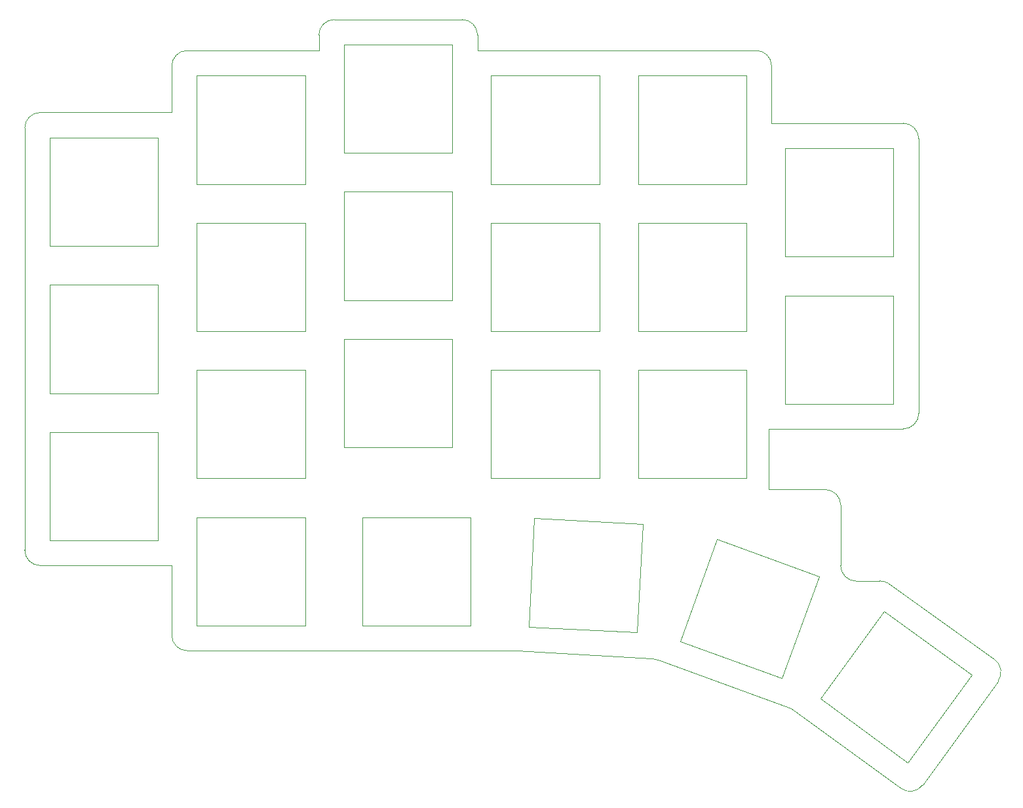
<source format=gbr>
%TF.GenerationSoftware,KiCad,Pcbnew,7.0.2-0*%
%TF.CreationDate,2024-02-18T22:39:56+01:00*%
%TF.ProjectId,defiant-plate,64656669-616e-4742-9d70-6c6174652e6b,v0.1*%
%TF.SameCoordinates,Original*%
%TF.FileFunction,Profile,NP*%
%FSLAX46Y46*%
G04 Gerber Fmt 4.6, Leading zero omitted, Abs format (unit mm)*
G04 Created by KiCad (PCBNEW 7.0.2-0) date 2024-02-18 22:39:56*
%MOMM*%
%LPD*%
G01*
G04 APERTURE LIST*
%TA.AperFunction,Profile*%
%ADD10C,0.100000*%
%TD*%
G04 APERTURE END LIST*
D10*
X183190000Y-108500000D02*
X175850000Y-108500000D01*
X175850000Y-100650000D02*
X175850000Y-108500000D01*
X193270000Y-100650000D02*
X175850000Y-100650000D01*
X185190000Y-110500000D02*
G75*
G03*
X183190000Y-108500000I-1999951J49D01*
G01*
X185184214Y-118310000D02*
X185190000Y-110500000D01*
X185184214Y-118310000D02*
G75*
G03*
X187184214Y-120310000I2000000J0D01*
G01*
X190210153Y-120286479D02*
X187184214Y-120310000D01*
X191296753Y-120563386D02*
G75*
G03*
X190210153Y-120286480I-1114260J-2102036D01*
G01*
X205046042Y-130406818D02*
X191296753Y-120563385D01*
X193269951Y-100659951D02*
G75*
G03*
X195269951Y-98659951I49J1999951D01*
G01*
X119774252Y-47813324D02*
X136264250Y-47813324D01*
X195264270Y-63203304D02*
X195269951Y-98659951D01*
X176264276Y-53813324D02*
G75*
G03*
X174264362Y-51813324I-1999976J24D01*
G01*
X161844251Y-130583323D02*
X178774251Y-136713323D01*
X161844247Y-130583331D02*
G75*
G03*
X160771011Y-130315766I-1403247J-3342369D01*
G01*
X176264362Y-53813324D02*
X176264362Y-61203323D01*
X143384251Y-129303322D02*
X160771011Y-130315765D01*
X205523181Y-133236042D02*
G75*
G03*
X205046042Y-130406819I-1653181J1176042D01*
G01*
X98774252Y-53813324D02*
X98774251Y-59813323D01*
X81774251Y-59813323D02*
X98774251Y-59813323D01*
X98774252Y-127303322D02*
X98774252Y-118303323D01*
X119774252Y-47813252D02*
G75*
G03*
X117774252Y-49813324I48J-2000048D01*
G01*
X98774278Y-127303322D02*
G75*
G03*
X100774252Y-129303322I2000022J22D01*
G01*
X79774177Y-116303323D02*
G75*
G03*
X81774251Y-118303323I2000023J23D01*
G01*
X100774252Y-51813252D02*
G75*
G03*
X98774252Y-53813324I48J-2000048D01*
G01*
X192988642Y-147071411D02*
G75*
G03*
X195782279Y-146628903I1175558J1618111D01*
G01*
X79774251Y-61813323D02*
X79774251Y-116303323D01*
X100774252Y-51813324D02*
X117774252Y-51813324D01*
X138264276Y-49813324D02*
G75*
G03*
X136264250Y-47813324I-1999976J24D01*
G01*
X174264362Y-51813324D02*
X138264251Y-51813324D01*
X81774251Y-59813351D02*
G75*
G03*
X79774251Y-61813323I-51J-1999949D01*
G01*
X117774252Y-49813324D02*
X117774253Y-51813324D01*
X100774252Y-129303322D02*
X143384251Y-129303322D01*
X205523182Y-133236042D02*
X195782279Y-146628903D01*
X138264250Y-49813324D02*
X138264250Y-51813323D01*
X81774251Y-118303323D02*
X98774252Y-118303323D01*
X195264296Y-63203304D02*
G75*
G03*
X193264270Y-61203304I-1999996J4D01*
G01*
X193264270Y-61203304D02*
X176264251Y-61203304D01*
X192988674Y-147071366D02*
X178774251Y-136713323D01*
%TO.C,T0*%
X102018816Y-112060449D02*
X116018816Y-112060449D01*
X116018816Y-112060449D02*
X116018816Y-126060449D01*
X116018816Y-126060449D02*
X102018816Y-126060449D01*
X102018816Y-126060449D02*
X102018816Y-112060449D01*
%TO.C,T3*%
X169214877Y-114908318D02*
X182370573Y-119696600D01*
X182370573Y-119696600D02*
X177582291Y-132852296D01*
X177582291Y-132852296D02*
X164426595Y-128064014D01*
X164426595Y-128064014D02*
X169214877Y-114908318D01*
%TO.C,T2*%
X145620196Y-112216566D02*
X159601009Y-112949269D01*
X159601009Y-112949269D02*
X158868306Y-126930082D01*
X158868306Y-126930082D02*
X144887493Y-126197379D01*
X144887493Y-126197379D02*
X145620196Y-112216566D01*
%TO.C,T1*%
X123393816Y-112060448D02*
X137393816Y-112060448D01*
X137393816Y-112060448D02*
X137393816Y-126060448D01*
X137393816Y-126060448D02*
X123393816Y-126060448D01*
X123393816Y-126060448D02*
X123393816Y-112060448D01*
%TO.C,C4R1*%
X173018815Y-55060447D02*
X159018815Y-55060447D01*
X159018815Y-55060447D02*
X159018815Y-69060447D01*
X159018815Y-69060447D02*
X173018815Y-69060447D01*
X173018815Y-69060447D02*
X173018815Y-55060447D01*
%TO.C,C4R2*%
X173018816Y-74060447D02*
X159018816Y-74060447D01*
X159018816Y-74060447D02*
X159018816Y-88060447D01*
X159018816Y-88060447D02*
X173018816Y-88060447D01*
X173018816Y-88060447D02*
X173018816Y-74060447D01*
%TO.C,C4R3*%
X173018815Y-93060447D02*
X159018815Y-93060447D01*
X159018815Y-93060447D02*
X159018815Y-107060447D01*
X159018815Y-107060447D02*
X173018815Y-107060447D01*
X173018815Y-107060447D02*
X173018815Y-93060447D01*
%TO.C,C3R3*%
X154018816Y-93060447D02*
X140018816Y-93060447D01*
X140018816Y-93060447D02*
X140018816Y-107060447D01*
X140018816Y-107060447D02*
X154018816Y-107060447D01*
X154018816Y-107060447D02*
X154018816Y-93060447D01*
%TO.C,C3R1*%
X154018815Y-55060448D02*
X140018815Y-55060448D01*
X140018815Y-55060448D02*
X140018815Y-69060448D01*
X140018815Y-69060448D02*
X154018815Y-69060448D01*
X154018815Y-69060448D02*
X154018815Y-55060448D01*
%TO.C,C3R2*%
X154018815Y-74060448D02*
X140018815Y-74060448D01*
X140018815Y-74060448D02*
X140018815Y-88060448D01*
X140018815Y-88060448D02*
X154018815Y-88060448D01*
X154018815Y-88060448D02*
X154018815Y-74060448D01*
%TO.C,C5R2*%
X178018821Y-64443323D02*
X192018821Y-64443323D01*
X192018821Y-64443323D02*
X192018821Y-78443323D01*
X192018821Y-78443323D02*
X178018821Y-78443323D01*
X178018821Y-78443323D02*
X178018821Y-64443323D01*
%TO.C,C5R3*%
X178018821Y-83443323D02*
X192018821Y-83443323D01*
X192018821Y-83443323D02*
X192018821Y-97443323D01*
X192018821Y-97443323D02*
X178018821Y-97443323D01*
X178018821Y-97443323D02*
X178018821Y-83443323D01*
%TO.C,C2R1*%
X135018815Y-51060447D02*
X121018815Y-51060447D01*
X121018815Y-51060447D02*
X121018815Y-65060447D01*
X121018815Y-65060447D02*
X135018815Y-65060447D01*
X135018815Y-65060447D02*
X135018815Y-51060447D01*
%TO.C,C2R2*%
X135018815Y-70060447D02*
X121018815Y-70060447D01*
X121018815Y-70060447D02*
X121018815Y-84060447D01*
X121018815Y-84060447D02*
X135018815Y-84060447D01*
X135018815Y-84060447D02*
X135018815Y-70060447D01*
%TO.C,T4*%
X190784546Y-124176453D02*
X202110784Y-132405447D01*
X202110784Y-132405447D02*
X193881790Y-143731685D01*
X193881790Y-143731685D02*
X182555552Y-135502691D01*
X182555552Y-135502691D02*
X190784546Y-124176453D01*
%TO.C,C2R3*%
X135018815Y-89060447D02*
X121018815Y-89060447D01*
X121018815Y-89060447D02*
X121018815Y-103060447D01*
X121018815Y-103060447D02*
X135018815Y-103060447D01*
X135018815Y-103060447D02*
X135018815Y-89060447D01*
%TO.C,C0R2*%
X97018816Y-82060447D02*
X83018816Y-82060447D01*
X83018816Y-82060447D02*
X83018816Y-96060447D01*
X83018816Y-96060447D02*
X97018816Y-96060447D01*
X97018816Y-96060447D02*
X97018816Y-82060447D01*
%TO.C,C0R3*%
X97018815Y-101060447D02*
X83018815Y-101060447D01*
X83018815Y-101060447D02*
X83018815Y-115060447D01*
X83018815Y-115060447D02*
X97018815Y-115060447D01*
X97018815Y-115060447D02*
X97018815Y-101060447D01*
%TO.C,C1R3*%
X116018815Y-93060447D02*
X102018815Y-93060447D01*
X102018815Y-93060447D02*
X102018815Y-107060447D01*
X102018815Y-107060447D02*
X116018815Y-107060447D01*
X116018815Y-107060447D02*
X116018815Y-93060447D01*
%TO.C,C1R2*%
X116018815Y-74060448D02*
X102018815Y-74060448D01*
X102018815Y-74060448D02*
X102018815Y-88060448D01*
X102018815Y-88060448D02*
X116018815Y-88060448D01*
X116018815Y-88060448D02*
X116018815Y-74060448D01*
%TO.C,C0R1*%
X97018816Y-63060448D02*
X83018816Y-63060448D01*
X83018816Y-63060448D02*
X83018816Y-77060448D01*
X83018816Y-77060448D02*
X97018816Y-77060448D01*
X97018816Y-77060448D02*
X97018816Y-63060448D01*
%TO.C,C1R1*%
X116018817Y-55060447D02*
X102018817Y-55060447D01*
X102018817Y-55060447D02*
X102018817Y-69060447D01*
X102018817Y-69060447D02*
X116018817Y-69060447D01*
X116018817Y-69060447D02*
X116018817Y-55060447D01*
%TD*%
M02*

</source>
